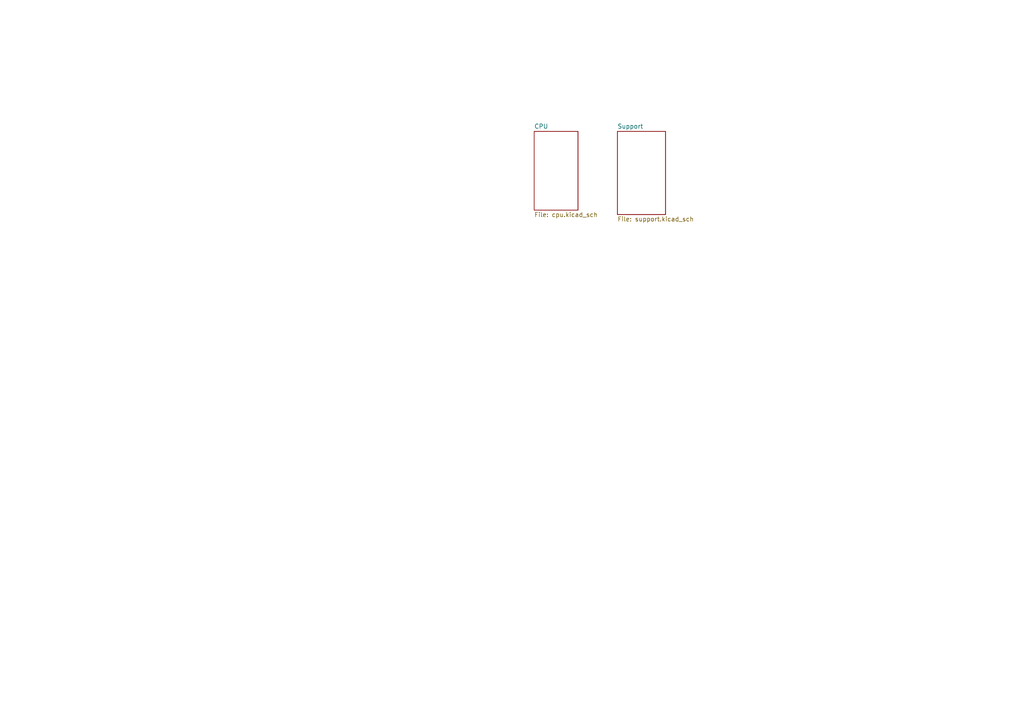
<source format=kicad_sch>
(kicad_sch
	(version 20250114)
	(generator "eeschema")
	(generator_version "9.0")
	(uuid "8f25e73c-50ea-4100-9671-d49097d9068a")
	(paper "A4")
	(title_block
		(title "Ste z80 board")
		(rev "V0.1")
	)
	(lib_symbols)
	(sheet
		(at 154.94 38.1)
		(size 12.7 22.86)
		(exclude_from_sim no)
		(in_bom yes)
		(on_board yes)
		(dnp no)
		(fields_autoplaced yes)
		(stroke
			(width 0.1524)
			(type solid)
		)
		(fill
			(color 0 0 0 0.0000)
		)
		(uuid "a5ee72ab-b6ae-4be4-95d4-715b05ad0242")
		(property "Sheetname" "CPU"
			(at 154.94 37.3884 0)
			(effects
				(font
					(size 1.27 1.27)
				)
				(justify left bottom)
			)
		)
		(property "Sheetfile" "cpu.kicad_sch"
			(at 154.94 61.5446 0)
			(effects
				(font
					(size 1.27 1.27)
				)
				(justify left top)
			)
		)
		(instances
			(project "stez80"
				(path "/8f25e73c-50ea-4100-9671-d49097d9068a"
					(page "2")
				)
			)
		)
	)
	(sheet
		(at 179.07 38.1)
		(size 13.97 24.13)
		(exclude_from_sim no)
		(in_bom yes)
		(on_board yes)
		(dnp no)
		(fields_autoplaced yes)
		(stroke
			(width 0.1524)
			(type solid)
		)
		(fill
			(color 0 0 0 0.0000)
		)
		(uuid "c8b9b429-80e8-4d6d-8183-d321c0e584df")
		(property "Sheetname" "Support"
			(at 179.07 37.3884 0)
			(effects
				(font
					(size 1.27 1.27)
				)
				(justify left bottom)
			)
		)
		(property "Sheetfile" "support.kicad_sch"
			(at 179.07 62.8146 0)
			(effects
				(font
					(size 1.27 1.27)
				)
				(justify left top)
			)
		)
		(property "Field2" ""
			(at 179.07 38.1 0)
			(effects
				(font
					(size 1.27 1.27)
				)
				(hide yes)
			)
		)
		(instances
			(project "stez80"
				(path "/8f25e73c-50ea-4100-9671-d49097d9068a"
					(page "3")
				)
			)
		)
	)
	(sheet_instances
		(path "/"
			(page "1")
		)
	)
	(embedded_fonts no)
)

</source>
